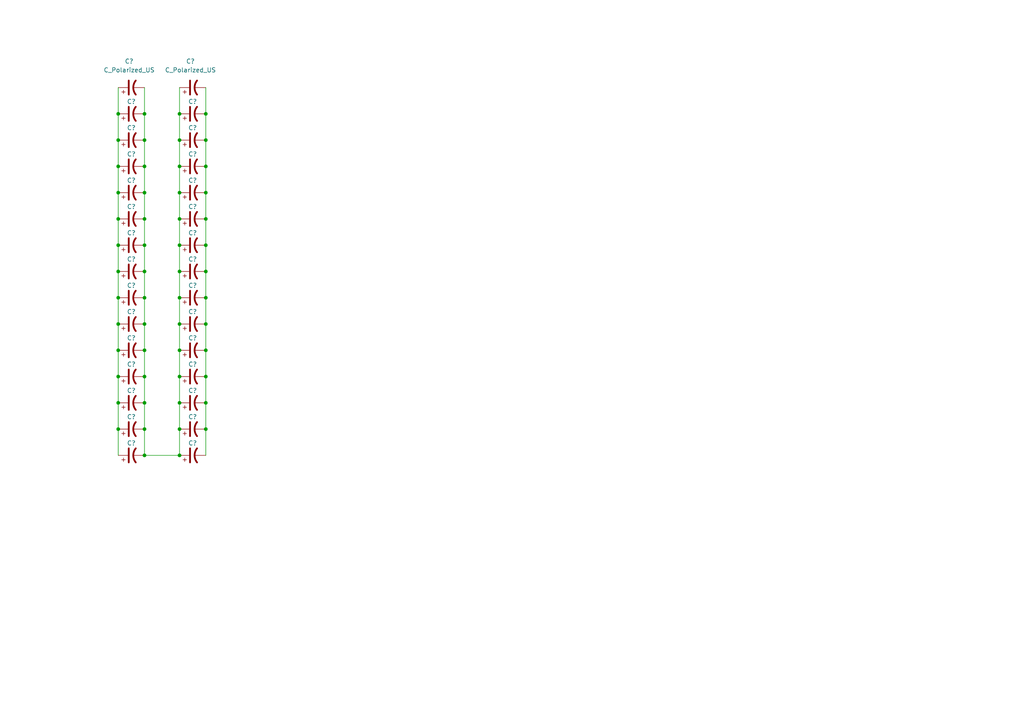
<source format=kicad_sch>
(kicad_sch (version 20231120) (generator "eeschema") (generator_version "8.0")
  (paper "A4")
  (lib_symbols
    (symbol "Device:C_Polarized_US" (pin_numbers hide) (pin_names (offset 0.254) hide)
      (property "Reference" "C" (at 0.635 2.54 0))
      (property "Value" "C_Polarized_US" (at 0.635 -2.54 0))
      (symbol "C_Polarized_US_0_1"
        (polyline (pts (xy -2.032 0.762) (xy 2.032 0.762)) (stroke (width 0.508)))
        (polyline (pts (xy -1.778 2.286) (xy -0.762 2.286)))
        (polyline (pts (xy -1.27 1.778) (xy -1.27 2.794)))
        (arc (start 2.032 -1.27) (mid 0 -0.5572) (end -2.032 -1.27) (stroke (width 0.508)))
      )
      (symbol "C_Polarized_US_1_1"
        (pin passive line (at 0 3.81 270) (length 2.794) (name "~") (number "1"))
        (pin passive line (at 0 -3.81 90) (length 3.302) (name "~") (number "2"))
      )
    )
  )
  (junction (at 52.07 33.02))
  (junction (at 41.91 124.46))
  (junction (at 52.07 55.88))
  (junction (at 59.69 116.84))
  (junction (at 59.69 71.12))
  (junction (at 52.07 86.36))
  (junction (at 34.29 48.26))
  (junction (at 41.91 40.64))
  (junction (at 59.69 63.5))
  (junction (at 52.07 40.64))
  (junction (at 34.29 78.74))
  (junction (at 34.29 71.12))
  (junction (at 52.07 71.12))
  (junction (at 59.69 40.64))
  (junction (at 41.91 78.74))
  (junction (at 41.91 55.88))
  (junction (at 52.07 63.5))
  (junction (at 59.69 124.46))
  (junction (at 34.29 93.98))
  (junction (at 59.69 78.74))
  (junction (at 41.91 86.36))
  (junction (at 34.29 116.84))
  (junction (at 59.69 55.88))
  (junction (at 52.07 116.84))
  (junction (at 41.91 33.02))
  (junction (at 52.07 78.74))
  (junction (at 34.29 55.88))
  (junction (at 41.91 116.84))
  (junction (at 52.07 132.08))
  (junction (at 41.91 109.22))
  (junction (at 59.69 101.6))
  (junction (at 41.91 48.26))
  (junction (at 41.91 93.98))
  (junction (at 59.69 86.36))
  (junction (at 52.07 124.46))
  (junction (at 34.29 101.6))
  (junction (at 59.69 48.26))
  (junction (at 59.69 93.98))
  (junction (at 34.29 86.36))
  (junction (at 34.29 109.22))
  (junction (at 41.91 132.08))
  (junction (at 41.91 63.5))
  (junction (at 52.07 48.26))
  (junction (at 52.07 93.98))
  (junction (at 59.69 33.02))
  (junction (at 59.69 109.22))
  (junction (at 41.91 71.12))
  (junction (at 34.29 124.46))
  (junction (at 52.07 101.6))
  (junction (at 34.29 40.64))
  (junction (at 52.07 109.22))
  (junction (at 34.29 33.02))
  (junction (at 41.91 101.6))
  (junction (at 34.29 63.5))
  (wire (pts (xy 41.91 63.5) (xy 41.91 71.12)))
  (wire (pts (xy 41.91 116.84) (xy 41.91 124.46)))
  (wire (pts (xy 59.69 55.88) (xy 59.69 63.5)))
  (wire (pts (xy 41.91 101.6) (xy 41.91 109.22)))
  (wire (pts (xy 52.07 132.08) (xy 41.91 132.08)))
  (wire (pts (xy 52.07 33.02) (xy 52.07 40.64)))
  (wire (pts (xy 41.91 40.64) (xy 41.91 48.26)))
  (wire (pts (xy 52.07 40.64) (xy 52.07 48.26)))
  (wire (pts (xy 41.91 55.88) (xy 41.91 63.5)))
  (wire (pts (xy 34.29 93.98) (xy 34.29 101.6)))
  (wire (pts (xy 52.07 78.74) (xy 52.07 86.36)))
  (wire (pts (xy 59.69 63.5) (xy 59.69 71.12)))
  (wire (pts (xy 59.69 101.6) (xy 59.69 109.22)))
  (wire (pts (xy 59.69 25.4) (xy 59.69 33.02)))
  (wire (pts (xy 34.29 101.6) (xy 34.29 109.22)))
  (wire (pts (xy 52.07 101.6) (xy 52.07 109.22)))
  (wire (pts (xy 41.91 124.46) (xy 41.91 132.08)))
  (wire (pts (xy 41.91 109.22) (xy 41.91 116.84)))
  (wire (pts (xy 59.69 33.02) (xy 59.69 40.64)))
  (wire (pts (xy 52.07 116.84) (xy 52.07 124.46)))
  (wire (pts (xy 34.29 86.36) (xy 34.29 93.98)))
  (wire (pts (xy 59.69 71.12) (xy 59.69 78.74)))
  (wire (pts (xy 34.29 116.84) (xy 34.29 124.46)))
  (wire (pts (xy 52.07 86.36) (xy 52.07 93.98)))
  (wire (pts (xy 34.29 40.64) (xy 34.29 48.26)))
  (wire (pts (xy 34.29 25.4) (xy 34.29 33.02)))
  (wire (pts (xy 59.69 48.26) (xy 59.69 55.88)))
  (wire (pts (xy 41.91 25.4) (xy 41.91 33.02)))
  (wire (pts (xy 52.07 124.46) (xy 52.07 132.08)))
  (wire (pts (xy 41.91 71.12) (xy 41.91 78.74)))
  (wire (pts (xy 52.07 25.4) (xy 52.07 33.02)))
  (wire (pts (xy 52.07 63.5) (xy 52.07 71.12)))
  (wire (pts (xy 59.69 86.36) (xy 59.69 93.98)))
  (wire (pts (xy 34.29 55.88) (xy 34.29 63.5)))
  (wire (pts (xy 52.07 109.22) (xy 52.07 116.84)))
  (wire (pts (xy 41.91 48.26) (xy 41.91 55.88)))
  (wire (pts (xy 59.69 124.46) (xy 59.69 132.08)))
  (wire (pts (xy 52.07 93.98) (xy 52.07 101.6)))
  (wire (pts (xy 52.07 48.26) (xy 52.07 55.88)))
  (wire (pts (xy 34.29 71.12) (xy 34.29 78.74)))
  (wire (pts (xy 34.29 63.5) (xy 34.29 71.12)))
  (wire (pts (xy 41.91 33.02) (xy 41.91 40.64)))
  (wire (pts (xy 59.69 93.98) (xy 59.69 101.6)))
  (wire (pts (xy 52.07 55.88) (xy 52.07 63.5)))
  (wire (pts (xy 34.29 124.46) (xy 34.29 132.08)))
  (wire (pts (xy 59.69 116.84) (xy 59.69 124.46)))
  (wire (pts (xy 34.29 78.74) (xy 34.29 86.36)))
  (wire (pts (xy 52.07 71.12) (xy 52.07 78.74)))
  (wire (pts (xy 59.69 78.74) (xy 59.69 86.36)))
  (wire (pts (xy 59.69 109.22) (xy 59.69 116.84)))
  (wire (pts (xy 34.29 33.02) (xy 34.29 40.64)))
  (wire (pts (xy 41.91 78.74) (xy 41.91 86.36)))
  (wire (pts (xy 34.29 48.26) (xy 34.29 55.88)))
  (wire (pts (xy 41.91 93.98) (xy 41.91 101.6)))
  (wire (pts (xy 34.29 109.22) (xy 34.29 116.84)))
  (wire (pts (xy 59.69 40.64) (xy 59.69 48.26)))
  (wire (pts (xy 41.91 86.36) (xy 41.91 93.98)))
  (symbol (lib_id "Device:C_Polarized_US") (at 38.1 40.64 90) (unit 1)
    (property "Reference" "C?" (at 38.1 37.084 90))
    (property "Value" "C_Polarized_US" (effects (hide yes)))
    (property "Description" "Polarized capacitor, US symbol" (effects (hide yes)))
  )
  (symbol (lib_id "Device:C_Polarized_US") (at 55.88 93.98 90) (unit 1)
    (property "Reference" "C?" (at 55.88 90.424 90))
    (property "Value" "C_Polarized_US" (effects (hide yes)))
    (property "Description" "Polarized capacitor, US symbol" (effects (hide yes)))
  )
  (symbol (lib_id "Device:C_Polarized_US") (at 55.88 101.6 90) (unit 1)
    (property "Reference" "C?" (at 55.88 98.044 90))
    (property "Value" "C_Polarized_US" (effects (hide yes)))
    (property "Description" "Polarized capacitor, US symbol" (effects (hide yes)))
  )
  (symbol (lib_id "Device:C_Polarized_US") (at 55.88 78.74 90) (unit 1)
    (property "Reference" "C?" (at 55.88 75.184 90))
    (property "Value" "C_Polarized_US" (effects (hide yes)))
    (property "Description" "Polarized capacitor, US symbol" (effects (hide yes)))
  )
  (symbol (lib_id "Device:C_Polarized_US") (at 55.88 48.26 90) (unit 1)
    (property "Reference" "C?" (at 55.88 44.704 90))
    (property "Value" "C_Polarized_US" (effects (hide yes)))
    (property "Description" "Polarized capacitor, US symbol" (effects (hide yes)))
  )
  (symbol (lib_id "Device:C_Polarized_US") (at 55.88 132.08 90) (unit 1)
    (property "Reference" "C?" (at 55.88 128.524 90))
    (property "Value" "C_Polarized_US" (effects (hide yes)))
    (property "Description" "Polarized capacitor, US symbol" (effects (hide yes)))
  )
  (symbol (lib_id "Device:C_Polarized_US") (at 55.88 63.5 90) (unit 1)
    (property "Reference" "C?" (at 55.88 59.944 90))
    (property "Value" "C_Polarized_US" (effects (hide yes)))
    (property "Description" "Polarized capacitor, US symbol" (effects (hide yes)))
  )
  (symbol (lib_id "Device:C_Polarized_US") (at 38.1 124.46 90) (unit 1)
    (property "Reference" "C?" (at 38.1 120.904 90))
    (property "Value" "C_Polarized_US" (effects (hide yes)))
    (property "Description" "Polarized capacitor, US symbol" (effects (hide yes)))
  )
  (symbol (lib_id "Device:C_Polarized_US") (at 38.1 63.5 90) (unit 1)
    (property "Reference" "C?" (at 38.1 59.944 90))
    (property "Value" "C_Polarized_US" (effects (hide yes)))
    (property "Description" "Polarized capacitor, US symbol" (effects (hide yes)))
  )
  (symbol (lib_id "Device:C_Polarized_US") (at 55.88 25.4 90) (unit 1)
    (property "Reference" "C?" (at 55.245 17.78 90))
    (property "Value" "C_Polarized_US" (at 55.245 20.32 90))
    (property "Description" "Polarized capacitor, US symbol" (effects (hide yes)))
  )
  (symbol (lib_id "Device:C_Polarized_US") (at 38.1 33.02 90) (unit 1)
    (property "Reference" "C?" (at 38.1 29.464 90))
    (property "Value" "C_Polarized_US" (effects (hide yes)))
    (property "Description" "Polarized capacitor, US symbol" (effects (hide yes)))
  )
  (symbol (lib_id "Device:C_Polarized_US") (at 38.1 48.26 90) (unit 1)
    (property "Reference" "C?" (at 38.1 44.704 90))
    (property "Value" "C_Polarized_US" (effects (hide yes)))
    (property "Description" "Polarized capacitor, US symbol" (effects (hide yes)))
  )
  (symbol (lib_id "Device:C_Polarized_US") (at 38.1 78.74 90) (unit 1)
    (property "Reference" "C?" (at 38.1 75.184 90))
    (property "Value" "C_Polarized_US" (effects (hide yes)))
    (property "Description" "Polarized capacitor, US symbol" (effects (hide yes)))
  )
  (symbol (lib_id "Device:C_Polarized_US") (at 55.88 71.12 90) (unit 1)
    (property "Reference" "C?" (at 55.88 67.564 90))
    (property "Value" "C_Polarized_US" (effects (hide yes)))
    (property "Description" "Polarized capacitor, US symbol" (effects (hide yes)))
  )
  (symbol (lib_id "Device:C_Polarized_US") (at 38.1 55.88 90) (unit 1)
    (property "Reference" "C?" (at 38.1 52.324 90))
    (property "Value" "C_Polarized_US" (effects (hide yes)))
    (property "Description" "Polarized capacitor, US symbol" (effects (hide yes)))
  )
  (symbol (lib_id "Device:C_Polarized_US") (at 38.1 116.84 90) (unit 1)
    (property "Reference" "C?" (at 38.1 113.284 90))
    (property "Value" "C_Polarized_US" (effects (hide yes)))
    (property "Description" "Polarized capacitor, US symbol" (effects (hide yes)))
  )
  (symbol (lib_id "Device:C_Polarized_US") (at 38.1 101.6 90) (unit 1)
    (property "Reference" "C?" (at 38.1 98.044 90))
    (property "Value" "C_Polarized_US" (effects (hide yes)))
    (property "Description" "Polarized capacitor, US symbol" (effects (hide yes)))
  )
  (symbol (lib_id "Device:C_Polarized_US") (at 55.88 55.88 90) (unit 1)
    (property "Reference" "C?" (at 55.88 52.324 90))
    (property "Value" "C_Polarized_US" (effects (hide yes)))
    (property "Description" "Polarized capacitor, US symbol" (effects (hide yes)))
  )
  (symbol (lib_id "Device:C_Polarized_US") (at 55.88 86.36 90) (unit 1)
    (property "Reference" "C?" (at 55.88 82.804 90))
    (property "Value" "C_Polarized_US" (effects (hide yes)))
    (property "Description" "Polarized capacitor, US symbol" (effects (hide yes)))
  )
  (symbol (lib_id "Device:C_Polarized_US") (at 38.1 86.36 90) (unit 1)
    (property "Reference" "C?" (at 38.1 82.804 90))
    (property "Value" "C_Polarized_US" (effects (hide yes)))
    (property "Description" "Polarized capacitor, US symbol" (effects (hide yes)))
  )
  (symbol (lib_id "Device:C_Polarized_US") (at 55.88 109.22 90) (unit 1)
    (property "Reference" "C?" (at 55.88 105.664 90))
    (property "Value" "C_Polarized_US" (effects (hide yes)))
    (property "Description" "Polarized capacitor, US symbol" (effects (hide yes)))
  )
  (symbol (lib_id "Device:C_Polarized_US") (at 55.88 33.02 90) (unit 1)
    (property "Reference" "C?" (at 55.88 29.464 90))
    (property "Value" "C_Polarized_US" (effects (hide yes)))
    (property "Description" "Polarized capacitor, US symbol" (effects (hide yes)))
  )
  (symbol (lib_id "Device:C_Polarized_US") (at 55.88 124.46 90) (unit 1)
    (property "Reference" "C?" (at 55.88 120.904 90))
    (property "Value" "C_Polarized_US" (effects (hide yes)))
    (property "Description" "Polarized capacitor, US symbol" (effects (hide yes)))
  )
  (symbol (lib_id "Device:C_Polarized_US") (at 55.88 40.64 90) (unit 1)
    (property "Reference" "C?" (at 55.88 37.084 90))
    (property "Value" "C_Polarized_US" (effects (hide yes)))
    (property "Description" "Polarized capacitor, US symbol" (effects (hide yes)))
  )
  (symbol (lib_id "Device:C_Polarized_US") (at 38.1 109.22 90) (unit 1)
    (property "Reference" "C?" (at 38.1 105.664 90))
    (property "Value" "C_Polarized_US" (effects (hide yes)))
    (property "Description" "Polarized capacitor, US symbol" (effects (hide yes)))
  )
  (symbol (lib_id "Device:C_Polarized_US") (at 38.1 25.4 90) (unit 1)
    (property "Reference" "C?" (at 37.465 17.78 90))
    (property "Value" "C_Polarized_US" (at 37.465 20.32 90))
    (property "Description" "Polarized capacitor, US symbol" (effects (hide yes)))
  )
  (symbol (lib_id "Device:C_Polarized_US") (at 38.1 93.98 90) (unit 1)
    (property "Reference" "C?" (at 38.1 90.424 90))
    (property "Value" "C_Polarized_US" (effects (hide yes)))
    (property "Description" "Polarized capacitor, US symbol" (effects (hide yes)))
  )
  (symbol (lib_id "Device:C_Polarized_US") (at 38.1 132.08 90) (unit 1)
    (property "Reference" "C?" (at 38.1 128.524 90))
    (property "Value" "C_Polarized_US" (effects (hide yes)))
    (property "Description" "Polarized capacitor, US symbol" (effects (hide yes)))
  )
  (symbol (lib_id "Device:C_Polarized_US") (at 38.1 71.12 90) (unit 1)
    (property "Reference" "C?" (at 38.1 67.564 90))
    (property "Value" "C_Polarized_US" (effects (hide yes)))
    (property "Description" "Polarized capacitor, US symbol" (effects (hide yes)))
  )
  (symbol (lib_id "Device:C_Polarized_US") (at 55.88 116.84 90) (unit 1)
    (property "Reference" "C?" (at 55.88 113.284 90))
    (property "Value" "C_Polarized_US" (effects (hide yes)))
    (property "Description" "Polarized capacitor, US symbol" (effects (hide yes)))
  )
)
</source>
